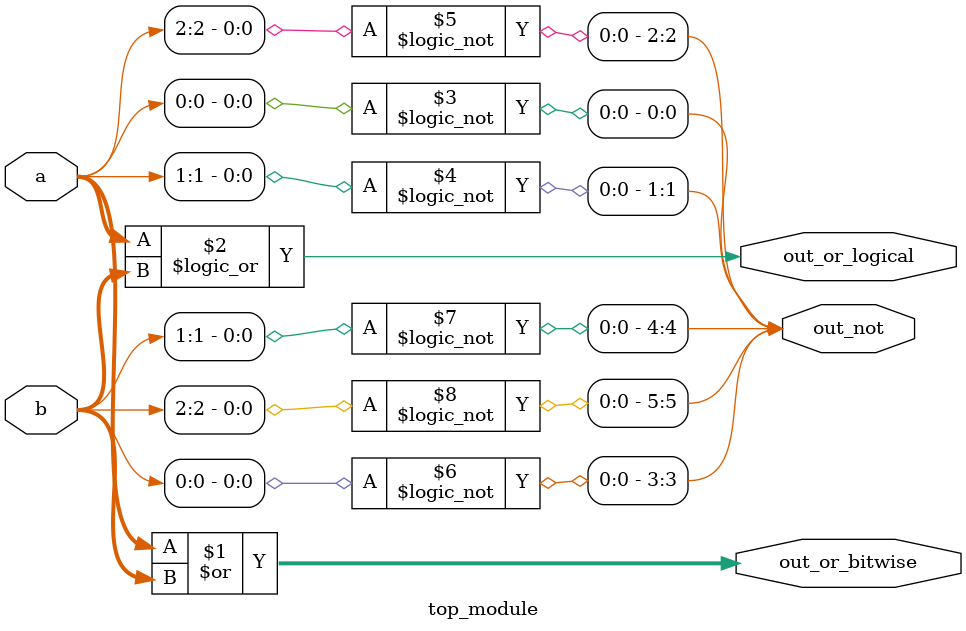
<source format=v>
module top_module( 
    input [2:0] a,
    input [2:0] b,
    output [2:0] out_or_bitwise,
    output out_or_logical,
    output [5:0] out_not
);
    assign out_or_bitwise = a | b;
    assign out_or_logical = a || b;
    assign out_not[0] = !a[0];
    assign out_not[1] = !a[1];
    assign out_not[2] = !a[2];
    assign out_not[3] = !b[0];
    assign out_not[4] = !b[1];
    assign out_not[5] = !b[2];

endmodule

</source>
